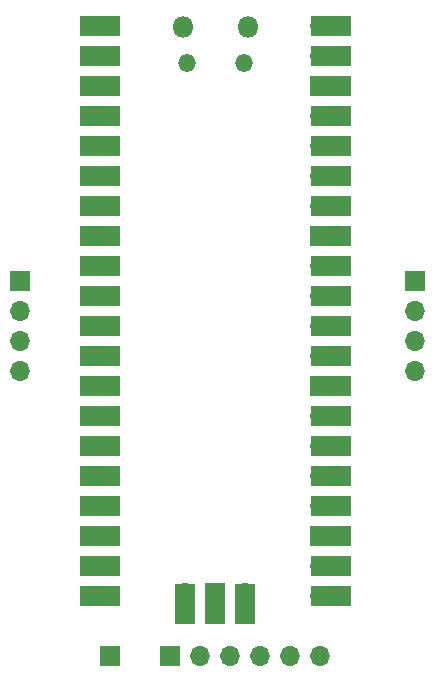
<source format=gts>
%TF.GenerationSoftware,KiCad,Pcbnew,7.0.6-1.fc38*%
%TF.CreationDate,2023-07-24T16:30:42-04:00*%
%TF.ProjectId,driver-pcb,64726976-6572-42d7-9063-622e6b696361,rev?*%
%TF.SameCoordinates,Original*%
%TF.FileFunction,Soldermask,Top*%
%TF.FilePolarity,Negative*%
%FSLAX46Y46*%
G04 Gerber Fmt 4.6, Leading zero omitted, Abs format (unit mm)*
G04 Created by KiCad (PCBNEW 7.0.6-1.fc38) date 2023-07-24 16:30:42*
%MOMM*%
%LPD*%
G01*
G04 APERTURE LIST*
%ADD10O,1.700000X1.700000*%
%ADD11R,1.700000X1.700000*%
%ADD12R,3.500000X1.700000*%
%ADD13O,1.800000X1.800000*%
%ADD14O,1.500000X1.500000*%
%ADD15R,1.700000X3.500000*%
G04 APERTURE END LIST*
D10*
%TO.C,U1*%
X132080000Y-48260000D03*
X132080000Y-50800000D03*
D11*
X132080000Y-53340000D03*
D10*
X132080000Y-55880000D03*
X132080000Y-58420000D03*
X132080000Y-60960000D03*
X132080000Y-63500000D03*
D11*
X132080000Y-66040000D03*
D10*
X132080000Y-68580000D03*
X132080000Y-71120000D03*
X132080000Y-73660000D03*
X132080000Y-76200000D03*
D11*
X132080000Y-78740000D03*
D10*
X132080000Y-81280000D03*
X132080000Y-83820000D03*
X132080000Y-86360000D03*
X132080000Y-88900000D03*
D11*
X132080000Y-91440000D03*
D10*
X132080000Y-93980000D03*
X132080000Y-96520000D03*
X149860000Y-96520000D03*
X149860000Y-93980000D03*
D11*
X149860000Y-91440000D03*
D10*
X149860000Y-88900000D03*
X149860000Y-86360000D03*
X149860000Y-83820000D03*
X149860000Y-81280000D03*
D11*
X149860000Y-78740000D03*
D10*
X149860000Y-76200000D03*
X149860000Y-73660000D03*
X149860000Y-71120000D03*
X149860000Y-68580000D03*
D11*
X149860000Y-66040000D03*
D10*
X149860000Y-63500000D03*
X149860000Y-60960000D03*
X149860000Y-58420000D03*
X149860000Y-55880000D03*
D11*
X149860000Y-53340000D03*
D10*
X149860000Y-50800000D03*
X149860000Y-48260000D03*
D12*
X131180000Y-48260000D03*
X131180000Y-50800000D03*
X131180000Y-53340000D03*
X131180000Y-55880000D03*
X131180000Y-58420000D03*
X131180000Y-60960000D03*
X131180000Y-63500000D03*
X131180000Y-66040000D03*
X131180000Y-68580000D03*
X131180000Y-71120000D03*
X131180000Y-73660000D03*
X131180000Y-76200000D03*
X131180000Y-78740000D03*
X131180000Y-81280000D03*
X131180000Y-83820000D03*
X131180000Y-86360000D03*
X131180000Y-88900000D03*
X131180000Y-91440000D03*
X131180000Y-93980000D03*
X131180000Y-96520000D03*
X150760000Y-48260000D03*
X150760000Y-50800000D03*
X150760000Y-53340000D03*
X150760000Y-55880000D03*
X150760000Y-58420000D03*
X150760000Y-60960000D03*
X150760000Y-63500000D03*
X150760000Y-66040000D03*
X150760000Y-68580000D03*
X150760000Y-71120000D03*
X150760000Y-73660000D03*
X150760000Y-76200000D03*
X150760000Y-78740000D03*
X150760000Y-81280000D03*
X150760000Y-83820000D03*
X150760000Y-86360000D03*
X150760000Y-88900000D03*
X150760000Y-91440000D03*
X150760000Y-93980000D03*
X150760000Y-96520000D03*
D13*
X138245000Y-48390000D03*
X143695000Y-48390000D03*
D14*
X138545000Y-51420000D03*
X143395000Y-51420000D03*
D15*
X138430000Y-97190000D03*
D10*
X138430000Y-96290000D03*
D15*
X140970000Y-97190000D03*
D11*
X140970000Y-96290000D03*
D15*
X143510000Y-97190000D03*
D10*
X143510000Y-96290000D03*
%TD*%
%TO.C,J4*%
X149860000Y-101600000D03*
X147320000Y-101600000D03*
X144780000Y-101600000D03*
X142240000Y-101600000D03*
X139700000Y-101600000D03*
D11*
X137160000Y-101600000D03*
%TD*%
%TO.C,J3*%
X132080000Y-101600000D03*
%TD*%
%TO.C,J2*%
X124460000Y-69860000D03*
D10*
X124460000Y-72400000D03*
X124460000Y-74940000D03*
X124460000Y-77480000D03*
%TD*%
D11*
%TO.C,J1*%
X157875000Y-69850000D03*
D10*
X157875000Y-72390000D03*
X157875000Y-74930000D03*
X157875000Y-77470000D03*
%TD*%
M02*

</source>
